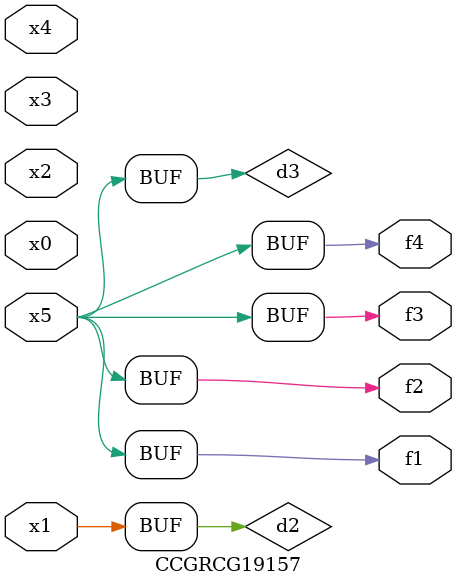
<source format=v>
module CCGRCG19157(
	input x0, x1, x2, x3, x4, x5,
	output f1, f2, f3, f4
);

	wire d1, d2, d3;

	not (d1, x5);
	or (d2, x1);
	xnor (d3, d1);
	assign f1 = d3;
	assign f2 = d3;
	assign f3 = d3;
	assign f4 = d3;
endmodule

</source>
